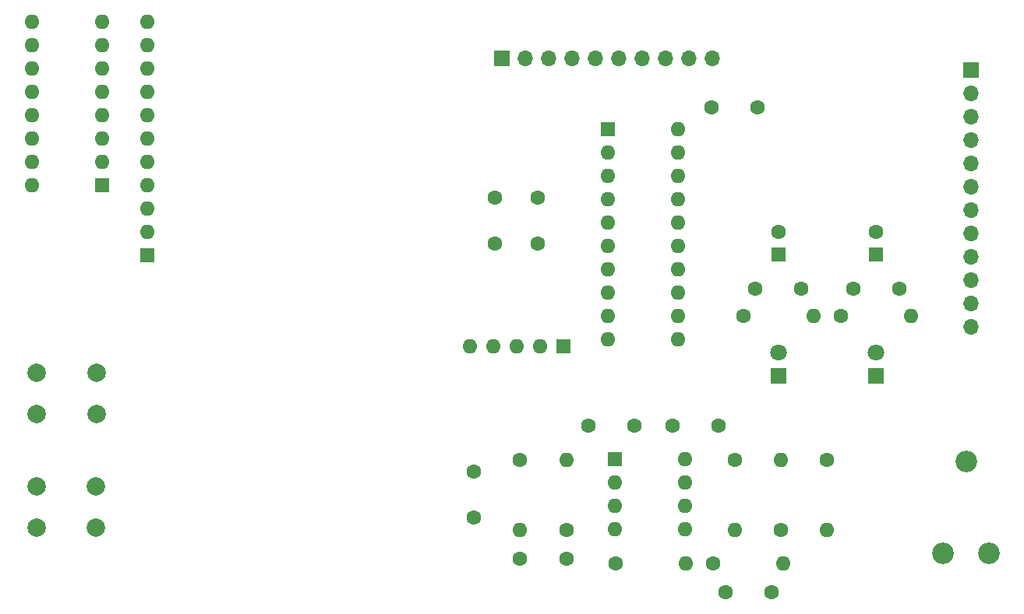
<source format=gbr>
G04 #@! TF.GenerationSoftware,KiCad,Pcbnew,8.0.7*
G04 #@! TF.CreationDate,2025-03-21T14:13:05-04:00*
G04 #@! TF.ProjectId,TRS2-Voice,54525332-2d56-46f6-9963-652e6b696361,rev?*
G04 #@! TF.SameCoordinates,Original*
G04 #@! TF.FileFunction,Soldermask,Bot*
G04 #@! TF.FilePolarity,Negative*
%FSLAX46Y46*%
G04 Gerber Fmt 4.6, Leading zero omitted, Abs format (unit mm)*
G04 Created by KiCad (PCBNEW 8.0.7) date 2025-03-21 14:13:05*
%MOMM*%
%LPD*%
G01*
G04 APERTURE LIST*
%ADD10R,1.700000X1.700000*%
%ADD11O,1.700000X1.700000*%
%ADD12C,1.600000*%
%ADD13O,1.600000X1.600000*%
%ADD14R,1.600000X1.600000*%
%ADD15C,2.340000*%
%ADD16C,2.000000*%
%ADD17R,1.800000X1.800000*%
%ADD18C,1.800000*%
G04 APERTURE END LIST*
D10*
X159590000Y-48020000D03*
D11*
X159590000Y-50560000D03*
X159590000Y-53100000D03*
X159590000Y-55640000D03*
X159590000Y-58180000D03*
X159590000Y-60720000D03*
X159590000Y-63260000D03*
X159590000Y-65800000D03*
X159590000Y-68340000D03*
X159590000Y-70880000D03*
X159590000Y-73420000D03*
X159590000Y-75960000D03*
D12*
X143930000Y-90460000D03*
D13*
X143930000Y-98080000D03*
D12*
X112522000Y-66932000D03*
X112522000Y-61932000D03*
D14*
X138631200Y-68131200D03*
D12*
X138631200Y-65631200D03*
X105600000Y-91746400D03*
X105600000Y-96746400D03*
X115600000Y-98056400D03*
D13*
X115600000Y-90436400D03*
D12*
X121000000Y-101750000D03*
D13*
X128620000Y-101750000D03*
D12*
X151761200Y-71831200D03*
X146761200Y-71831200D03*
X107848400Y-66929000D03*
X107848400Y-61929000D03*
X134821200Y-74831200D03*
D13*
X142441200Y-74831200D03*
D12*
X131590000Y-101750000D03*
D13*
X139210000Y-101750000D03*
D10*
X108620000Y-46790000D03*
D11*
X111160000Y-46790000D03*
X113700000Y-46790000D03*
X116240000Y-46790000D03*
X118780000Y-46790000D03*
X121320000Y-46790000D03*
X123860000Y-46790000D03*
X126400000Y-46790000D03*
X128940000Y-46790000D03*
X131480000Y-46790000D03*
D14*
X70121500Y-68195000D03*
D13*
X70121500Y-65655000D03*
X70121500Y-63115000D03*
X70121500Y-60575000D03*
X70121500Y-58035000D03*
X70121500Y-55495000D03*
X70121500Y-52955000D03*
X70121500Y-50415000D03*
X70121500Y-47875000D03*
X70121500Y-45335000D03*
X70121500Y-42795000D03*
D14*
X120152000Y-54515000D03*
D13*
X120152000Y-57055000D03*
X120152000Y-59595000D03*
X120152000Y-62135000D03*
X120152000Y-64675000D03*
X120152000Y-67215000D03*
X120152000Y-69755000D03*
X120152000Y-72295000D03*
X120152000Y-74835000D03*
X120152000Y-77375000D03*
X127772000Y-77375000D03*
X127772000Y-74835000D03*
X127772000Y-72295000D03*
X127772000Y-69755000D03*
X127772000Y-67215000D03*
X127772000Y-64675000D03*
X127772000Y-62135000D03*
X127772000Y-59595000D03*
X127772000Y-57055000D03*
X127772000Y-54515000D03*
D12*
X138890000Y-98080000D03*
D13*
X138890000Y-90460000D03*
D12*
X136131200Y-71831200D03*
X141131200Y-71831200D03*
X127177200Y-86778800D03*
X132177200Y-86778800D03*
D15*
X161552400Y-100605600D03*
X159052400Y-90605600D03*
X156552400Y-100605600D03*
D12*
X110600000Y-101190000D03*
X115600000Y-101190000D03*
X132900000Y-104850000D03*
X137900000Y-104850000D03*
D16*
X58040000Y-93340000D03*
X64540000Y-93340000D03*
X58040000Y-97840000D03*
X64540000Y-97840000D03*
D17*
X138631200Y-81371200D03*
D18*
X138631200Y-78831200D03*
D14*
X115300000Y-78100000D03*
D13*
X112760000Y-78100000D03*
X110220000Y-78100000D03*
X107680000Y-78100000D03*
X105140000Y-78100000D03*
D12*
X145451200Y-74831200D03*
D13*
X153071200Y-74831200D03*
D12*
X131390000Y-52100000D03*
X136390000Y-52100000D03*
D17*
X149261200Y-81371200D03*
D18*
X149261200Y-78831200D03*
D12*
X110596400Y-90440000D03*
D13*
X110596400Y-98060000D03*
D14*
X65157500Y-60560000D03*
D13*
X65157500Y-58020000D03*
X65157500Y-55480000D03*
X65157500Y-52940000D03*
X65157500Y-50400000D03*
X65157500Y-47860000D03*
X65157500Y-45320000D03*
X65157500Y-42780000D03*
X57537500Y-42780000D03*
X57537500Y-45320000D03*
X57537500Y-47860000D03*
X57537500Y-50400000D03*
X57537500Y-52940000D03*
X57537500Y-55480000D03*
X57537500Y-58020000D03*
X57537500Y-60560000D03*
D12*
X133960000Y-90460000D03*
D13*
X133960000Y-98080000D03*
D14*
X120920000Y-90430000D03*
D13*
X120920000Y-92970000D03*
X120920000Y-95510000D03*
X120920000Y-98050000D03*
X128540000Y-98050000D03*
X128540000Y-95510000D03*
X128540000Y-92970000D03*
X128540000Y-90430000D03*
D14*
X149261200Y-68131200D03*
D12*
X149261200Y-65631200D03*
X123013200Y-86778800D03*
X118013200Y-86778800D03*
D16*
X58050000Y-80970000D03*
X64550000Y-80970000D03*
X58050000Y-85470000D03*
X64550000Y-85470000D03*
M02*

</source>
